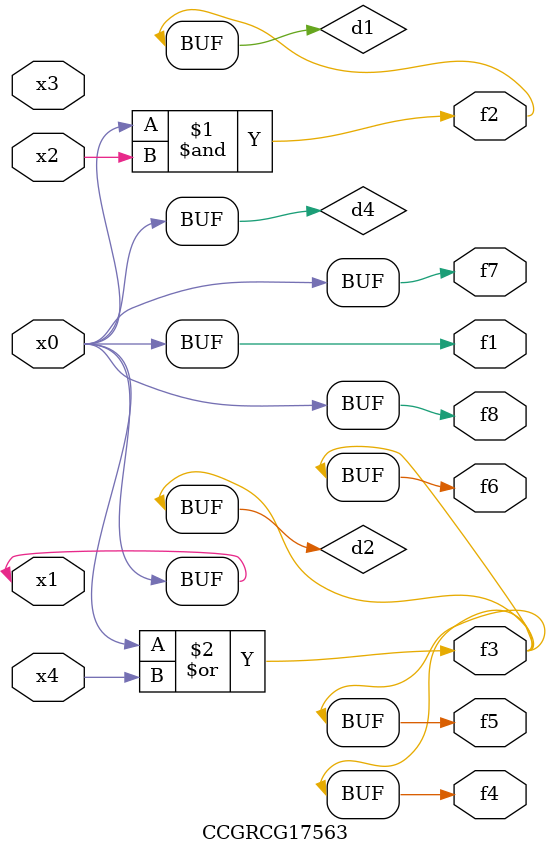
<source format=v>
module CCGRCG17563(
	input x0, x1, x2, x3, x4,
	output f1, f2, f3, f4, f5, f6, f7, f8
);

	wire d1, d2, d3, d4;

	and (d1, x0, x2);
	or (d2, x0, x4);
	nand (d3, x0, x2);
	buf (d4, x0, x1);
	assign f1 = d4;
	assign f2 = d1;
	assign f3 = d2;
	assign f4 = d2;
	assign f5 = d2;
	assign f6 = d2;
	assign f7 = d4;
	assign f8 = d4;
endmodule

</source>
